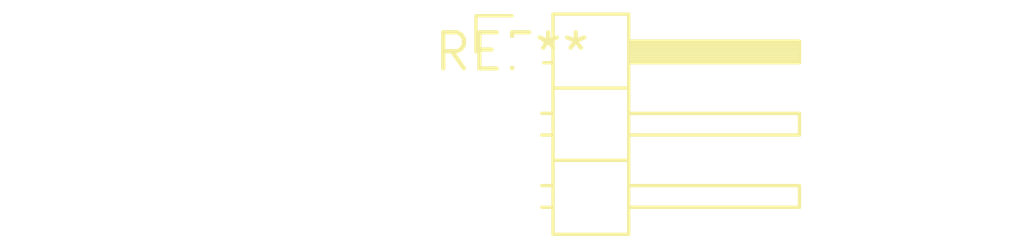
<source format=kicad_pcb>
(kicad_pcb (version 20240108) (generator pcbnew)
  (layers (0 "F.Cu" signal) (31 "B.Cu" signal) (34 "B.Paste" user) (35 "F.Paste" user) (36 "B.SilkS" user "B.Silkscreen") (37 "F.SilkS" user "F.Silkscreen") (38 "B.Mask" user) (39 "F.Mask" user) (44 "Edge.Cuts" user))
  (net 0 "")
  (footprint "PinHeader_1x03_P2.54mm_Horizontal" (layer "F.Cu") (at 0 0)
    (property "Reference" "REF**")
    (property "Value" "PinHeader_1x03_P2.54mm_Horizontal")
    (fp_line (start -1.27 -1.27) (end 0 -1.27) (layer "F.SilkS") (stroke (width 0.12)))
    (fp_line (start -1.27 0) (end -1.27 -1.27) (layer "F.SilkS") (stroke (width 0.12)))
    (fp_line (start 1.042929 2.16) (end 1.44 2.16) (layer "F.SilkS") (stroke (width 0.12)))
    (fp_line (start 1.042929 2.92) (end 1.44 2.92) (layer "F.SilkS") (stroke (width 0.12)))
    (fp_line (start 1.042929 4.7) (end 1.44 4.7) (layer "F.SilkS") (stroke (width 0.12)))
    (fp_line (start 1.042929 5.46) (end 1.44 5.46) (layer "F.SilkS") (stroke (width 0.12)))
    (fp_line (start 1.11 -0.38) (end 1.44 -0.38) (layer "F.SilkS") (stroke (width 0.12)))
    (fp_line (start 1.11 0.38) (end 1.44 0.38) (layer "F.SilkS") (stroke (width 0.12)))
    (fp_line (start 1.44 -1.33) (end 1.44 6.41) (layer "F.SilkS") (stroke (width 0.12)))
    (fp_line (start 1.44 1.27) (end 4.1 1.27) (layer "F.SilkS") (stroke (width 0.12)))
    (fp_line (start 1.44 3.81) (end 4.1 3.81) (layer "F.SilkS") (stroke (width 0.12)))
    (fp_line (start 1.44 6.41) (end 4.1 6.41) (layer "F.SilkS") (stroke (width 0.12)))
    (fp_line (start 4.1 -1.33) (end 1.44 -1.33) (layer "F.SilkS") (stroke (width 0.12)))
    (fp_line (start 4.1 -0.38) (end 10.1 -0.38) (layer "F.SilkS") (stroke (width 0.12)))
    (fp_line (start 4.1 -0.32) (end 10.1 -0.32) (layer "F.SilkS") (stroke (width 0.12)))
    (fp_line (start 4.1 -0.2) (end 10.1 -0.2) (layer "F.SilkS") (stroke (width 0.12)))
    (fp_line (start 4.1 -0.08) (end 10.1 -0.08) (layer "F.SilkS") (stroke (width 0.12)))
    (fp_line (start 4.1 0.04) (end 10.1 0.04) (layer "F.SilkS") (stroke (width 0.12)))
    (fp_line (start 4.1 0.16) (end 10.1 0.16) (layer "F.SilkS") (stroke (width 0.12)))
    (fp_line (start 4.1 0.28) (end 10.1 0.28) (layer "F.SilkS") (stroke (width 0.12)))
    (fp_line (start 4.1 2.16) (end 10.1 2.16) (layer "F.SilkS") (stroke (width 0.12)))
    (fp_line (start 4.1 4.7) (end 10.1 4.7) (layer "F.SilkS") (stroke (width 0.12)))
    (fp_line (start 4.1 6.41) (end 4.1 -1.33) (layer "F.SilkS") (stroke (width 0.12)))
    (fp_line (start 10.1 -0.38) (end 10.1 0.38) (layer "F.SilkS") (stroke (width 0.12)))
    (fp_line (start 10.1 0.38) (end 4.1 0.38) (layer "F.SilkS") (stroke (width 0.12)))
    (fp_line (start 10.1 2.16) (end 10.1 2.92) (layer "F.SilkS") (stroke (width 0.12)))
    (fp_line (start 10.1 2.92) (end 4.1 2.92) (layer "F.SilkS") (stroke (width 0.12)))
    (fp_line (start 10.1 4.7) (end 10.1 5.46) (layer "F.SilkS") (stroke (width 0.12)))
    (fp_line (start 10.1 5.46) (end 4.1 5.46) (layer "F.SilkS") (stroke (width 0.12)))
    (pad "1" thru_hole rect (at 0 0) (size 1.7 1.7) (drill 1) (layers *.Cu *.Mask) (remove_unused_layers))
    (pad "2" thru_hole oval (at 0 2.54) (size 1.7 1.7) (drill 1) (layers *.Cu *.Mask) (remove_unused_layers))
    (pad "3" thru_hole oval (at 0 5.08) (size 1.7 1.7) (drill 1) (layers *.Cu *.Mask) (remove_unused_layers))
  )
)
</source>
